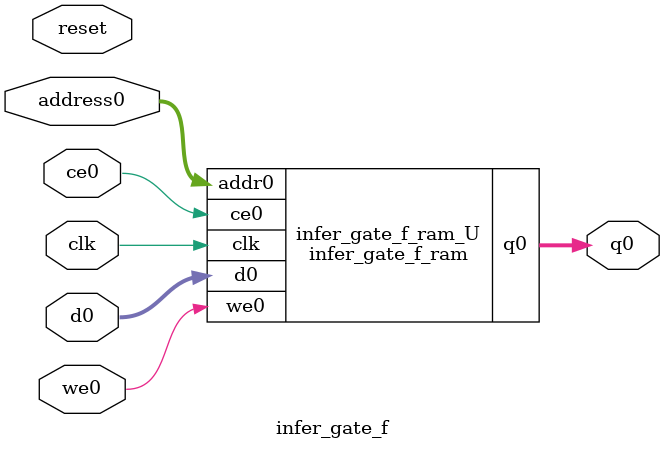
<source format=v>
`timescale 1 ns / 1 ps
module infer_gate_f_ram (addr0, ce0, d0, we0, q0,  clk);

parameter DWIDTH = 32;
parameter AWIDTH = 7;
parameter MEM_SIZE = 128;

input[AWIDTH-1:0] addr0;
input ce0;
input[DWIDTH-1:0] d0;
input we0;
output reg[DWIDTH-1:0] q0;
input clk;

(* ram_style = "block" *)reg [DWIDTH-1:0] ram[0:MEM_SIZE-1];




always @(posedge clk)  
begin 
    if (ce0) begin
        if (we0) 
            ram[addr0] <= d0; 
        q0 <= ram[addr0];
    end
end


endmodule

`timescale 1 ns / 1 ps
module infer_gate_f(
    reset,
    clk,
    address0,
    ce0,
    we0,
    d0,
    q0);

parameter DataWidth = 32'd32;
parameter AddressRange = 32'd128;
parameter AddressWidth = 32'd7;
input reset;
input clk;
input[AddressWidth - 1:0] address0;
input ce0;
input we0;
input[DataWidth - 1:0] d0;
output[DataWidth - 1:0] q0;



infer_gate_f_ram infer_gate_f_ram_U(
    .clk( clk ),
    .addr0( address0 ),
    .ce0( ce0 ),
    .we0( we0 ),
    .d0( d0 ),
    .q0( q0 ));

endmodule


</source>
